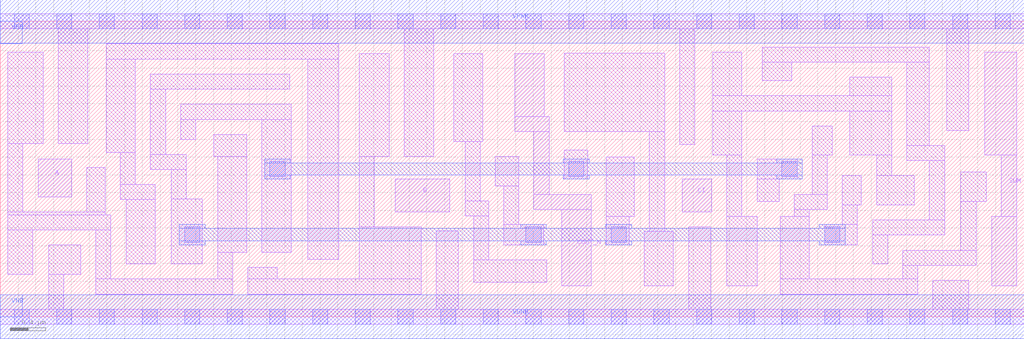
<source format=lef>
# Copyright 2020 The SkyWater PDK Authors
#
# Licensed under the Apache License, Version 2.0 (the "License");
# you may not use this file except in compliance with the License.
# You may obtain a copy of the License at
#
#     https://www.apache.org/licenses/LICENSE-2.0
#
# Unless required by applicable law or agreed to in writing, software
# distributed under the License is distributed on an "AS IS" BASIS,
# WITHOUT WARRANTIES OR CONDITIONS OF ANY KIND, either express or implied.
# See the License for the specific language governing permissions and
# limitations under the License.
#
# SPDX-License-Identifier: Apache-2.0

VERSION 5.5 ;
NAMESCASESENSITIVE ON ;
BUSBITCHARS "[]" ;
DIVIDERCHAR "/" ;
MACRO sky130_fd_sc_ms__fahcon_1
  CLASS CORE ;
  SOURCE USER ;
  ORIGIN  0.000000  0.000000 ;
  SIZE  11.52000 BY  3.330000 ;
  SYMMETRY X Y ;
  SITE unit ;
  PIN A
    ANTENNAGATEAREA  0.279000 ;
    DIRECTION INPUT ;
    USE SIGNAL ;
    PORT
      LAYER li1 ;
        RECT 0.425000 1.350000 0.805000 1.780000 ;
    END
  END A
  PIN B
    ANTENNAGATEAREA  0.969000 ;
    DIRECTION INPUT ;
    USE SIGNAL ;
    PORT
      LAYER li1 ;
        RECT 4.445000 1.180000 5.060000 1.550000 ;
    END
  END B
  PIN CI
    ANTENNAGATEAREA  0.525000 ;
    DIRECTION INPUT ;
    USE SIGNAL ;
    PORT
      LAYER li1 ;
        RECT 7.675000 1.180000 8.005000 1.550000 ;
    END
  END CI
  PIN COUT_N
    ANTENNADIFFAREA  0.782600 ;
    DIRECTION OUTPUT ;
    USE SIGNAL ;
    PORT
      LAYER li1 ;
        RECT 5.790000 2.085000 6.175000 2.255000 ;
        RECT 5.790000 2.255000 6.120000 2.965000 ;
        RECT 6.005000 1.210000 6.650000 1.380000 ;
        RECT 6.005000 1.380000 6.175000 2.085000 ;
        RECT 6.320000 0.350000 6.650000 1.210000 ;
    END
  END COUT_N
  PIN SUM
    ANTENNADIFFAREA  0.541300 ;
    DIRECTION OUTPUT ;
    USE SIGNAL ;
    PORT
      LAYER li1 ;
        RECT 11.075000 1.820000 11.435000 2.980000 ;
        RECT 11.155000 0.350000 11.435000 1.130000 ;
        RECT 11.265000 1.130000 11.435000 1.820000 ;
    END
  END SUM
  PIN VGND
    DIRECTION INOUT ;
    USE GROUND ;
    PORT
      LAYER met1 ;
        RECT 0.000000 -0.245000 11.520000 0.245000 ;
    END
  END VGND
  PIN VNB
    DIRECTION INOUT ;
    USE GROUND ;
    PORT
      LAYER met1 ;
        RECT 0.000000 0.000000 0.250000 0.250000 ;
    END
  END VNB
  PIN VPB
    DIRECTION INOUT ;
    USE POWER ;
    PORT
      LAYER met1 ;
        RECT 0.000000 3.080000 0.250000 3.330000 ;
    END
  END VPB
  PIN VPWR
    DIRECTION INOUT ;
    USE POWER ;
    PORT
      LAYER met1 ;
        RECT 0.000000 3.085000 11.520000 3.575000 ;
    END
  END VPWR
  OBS
    LAYER li1 ;
      RECT  0.000000 -0.085000 11.520000 0.085000 ;
      RECT  0.000000  3.245000 11.520000 3.415000 ;
      RECT  0.085000  0.480000  0.365000 0.980000 ;
      RECT  0.085000  0.980000  1.245000 1.150000 ;
      RECT  0.085000  1.150000  1.180000 1.180000 ;
      RECT  0.085000  1.180000  0.255000 1.950000 ;
      RECT  0.085000  1.950000  0.485000 2.980000 ;
      RECT  0.545000  0.085000  0.715000 0.480000 ;
      RECT  0.545000  0.480000  0.905000 0.810000 ;
      RECT  0.655000  1.950000  0.985000 3.245000 ;
      RECT  0.975000  1.180000  1.180000 1.680000 ;
      RECT  1.075000  0.255000  2.615000 0.425000 ;
      RECT  1.075000  0.425000  1.245000 0.980000 ;
      RECT  1.190000  1.850000  1.520000 2.905000 ;
      RECT  1.190000  2.905000  3.810000 3.075000 ;
      RECT  1.350000  1.320000  1.745000 1.490000 ;
      RECT  1.350000  1.490000  1.520000 1.850000 ;
      RECT  1.415000  0.595000  1.745000 1.320000 ;
      RECT  1.690000  1.660000  2.095000 1.830000 ;
      RECT  1.690000  1.830000  1.860000 2.565000 ;
      RECT  1.690000  2.565000  3.260000 2.735000 ;
      RECT  1.925000  0.595000  2.275000 1.325000 ;
      RECT  1.925000  1.325000  2.095000 1.660000 ;
      RECT  2.030000  2.000000  2.200000 2.225000 ;
      RECT  2.030000  2.225000  3.275000 2.395000 ;
      RECT  2.400000  1.805000  2.775000 2.055000 ;
      RECT  2.445000  0.425000  2.615000 0.725000 ;
      RECT  2.445000  0.725000  2.775000 1.805000 ;
      RECT  2.785000  0.255000  4.735000 0.425000 ;
      RECT  2.785000  0.425000  3.115000 0.555000 ;
      RECT  2.945000  0.725000  3.275000 2.225000 ;
      RECT  3.460000  0.645000  3.810000 2.905000 ;
      RECT  4.040000  0.425000  4.735000 1.010000 ;
      RECT  4.040000  1.010000  4.210000 1.805000 ;
      RECT  4.040000  1.805000  4.375000 2.965000 ;
      RECT  4.545000  1.805000  4.875000 3.245000 ;
      RECT  4.905000  0.085000  5.155000 0.965000 ;
      RECT  5.100000  1.975000  5.430000 2.965000 ;
      RECT  5.230000  1.135000  5.495000 1.305000 ;
      RECT  5.230000  1.305000  5.400000 1.975000 ;
      RECT  5.325000  0.390000  6.150000 0.640000 ;
      RECT  5.325000  0.640000  5.495000 1.135000 ;
      RECT  5.570000  1.475000  5.835000 1.805000 ;
      RECT  5.665000  0.810000  6.115000 1.040000 ;
      RECT  5.665000  1.040000  5.835000 1.475000 ;
      RECT  6.345000  1.550000  6.610000 1.880000 ;
      RECT  6.345000  2.085000  7.475000 2.970000 ;
      RECT  6.820000  0.810000  7.075000 1.130000 ;
      RECT  6.820000  1.130000  7.135000 1.800000 ;
      RECT  7.245000  0.350000  7.575000 0.960000 ;
      RECT  7.305000  0.960000  7.475000 2.085000 ;
      RECT  7.645000  1.940000  7.815000 3.245000 ;
      RECT  7.745000  0.085000  7.995000 1.010000 ;
      RECT  8.015000  1.820000  8.345000 2.320000 ;
      RECT  8.015000  2.320000 10.030000 2.490000 ;
      RECT  8.015000  2.490000  8.345000 2.980000 ;
      RECT  8.175000  0.350000  8.515000 1.130000 ;
      RECT  8.175000  1.130000  8.345000 1.820000 ;
      RECT  8.515000  1.300000  8.765000 1.550000 ;
      RECT  8.515000  1.550000  8.965000 1.780000 ;
      RECT  8.575000  2.660000  8.905000 2.870000 ;
      RECT  8.575000  2.870000 10.455000 3.040000 ;
      RECT  8.775000  0.255000 10.325000 0.425000 ;
      RECT  8.775000  0.425000  9.105000 1.130000 ;
      RECT  8.935000  1.130000  9.105000 1.210000 ;
      RECT  8.935000  1.210000  9.305000 1.380000 ;
      RECT  9.135000  1.380000  9.305000 1.820000 ;
      RECT  9.135000  1.820000  9.360000 2.150000 ;
      RECT  9.275000  0.810000  9.645000 1.040000 ;
      RECT  9.475000  1.040000  9.645000 1.260000 ;
      RECT  9.475000  1.260000  9.690000 1.590000 ;
      RECT  9.560000  1.820000 10.030000 2.320000 ;
      RECT  9.560000  2.490000 10.030000 2.700000 ;
      RECT  9.815000  0.595000  9.985000 0.920000 ;
      RECT  9.815000  0.920000 10.625000 1.090000 ;
      RECT  9.860000  1.260000 10.285000 1.590000 ;
      RECT  9.860000  1.590000 10.030000 1.820000 ;
      RECT 10.155000  0.425000 10.325000 0.580000 ;
      RECT 10.155000  0.580000 10.980000 0.750000 ;
      RECT 10.200000  1.760000 10.625000 1.930000 ;
      RECT 10.200000  1.930000 10.455000 2.870000 ;
      RECT 10.455000  1.090000 10.625000 1.760000 ;
      RECT 10.495000  0.085000 10.895000 0.410000 ;
      RECT 10.650000  2.100000 10.900000 3.245000 ;
      RECT 10.810000  0.750000 10.980000 1.300000 ;
      RECT 10.810000  1.300000 11.095000 1.630000 ;
    LAYER mcon ;
      RECT  0.155000 -0.085000  0.325000 0.085000 ;
      RECT  0.155000  3.245000  0.325000 3.415000 ;
      RECT  0.635000 -0.085000  0.805000 0.085000 ;
      RECT  0.635000  3.245000  0.805000 3.415000 ;
      RECT  1.115000 -0.085000  1.285000 0.085000 ;
      RECT  1.115000  3.245000  1.285000 3.415000 ;
      RECT  1.595000 -0.085000  1.765000 0.085000 ;
      RECT  1.595000  3.245000  1.765000 3.415000 ;
      RECT  2.075000 -0.085000  2.245000 0.085000 ;
      RECT  2.075000  0.840000  2.245000 1.010000 ;
      RECT  2.075000  3.245000  2.245000 3.415000 ;
      RECT  2.555000 -0.085000  2.725000 0.085000 ;
      RECT  2.555000  3.245000  2.725000 3.415000 ;
      RECT  3.035000 -0.085000  3.205000 0.085000 ;
      RECT  3.035000  1.580000  3.205000 1.750000 ;
      RECT  3.035000  3.245000  3.205000 3.415000 ;
      RECT  3.515000 -0.085000  3.685000 0.085000 ;
      RECT  3.515000  3.245000  3.685000 3.415000 ;
      RECT  3.995000 -0.085000  4.165000 0.085000 ;
      RECT  3.995000  3.245000  4.165000 3.415000 ;
      RECT  4.475000 -0.085000  4.645000 0.085000 ;
      RECT  4.475000  3.245000  4.645000 3.415000 ;
      RECT  4.955000 -0.085000  5.125000 0.085000 ;
      RECT  4.955000  3.245000  5.125000 3.415000 ;
      RECT  5.435000 -0.085000  5.605000 0.085000 ;
      RECT  5.435000  3.245000  5.605000 3.415000 ;
      RECT  5.915000 -0.085000  6.085000 0.085000 ;
      RECT  5.915000  0.840000  6.085000 1.010000 ;
      RECT  5.915000  3.245000  6.085000 3.415000 ;
      RECT  6.395000 -0.085000  6.565000 0.085000 ;
      RECT  6.395000  1.580000  6.565000 1.750000 ;
      RECT  6.395000  3.245000  6.565000 3.415000 ;
      RECT  6.875000 -0.085000  7.045000 0.085000 ;
      RECT  6.875000  0.840000  7.045000 1.010000 ;
      RECT  6.875000  3.245000  7.045000 3.415000 ;
      RECT  7.355000 -0.085000  7.525000 0.085000 ;
      RECT  7.355000  3.245000  7.525000 3.415000 ;
      RECT  7.835000 -0.085000  8.005000 0.085000 ;
      RECT  7.835000  3.245000  8.005000 3.415000 ;
      RECT  8.315000 -0.085000  8.485000 0.085000 ;
      RECT  8.315000  3.245000  8.485000 3.415000 ;
      RECT  8.795000 -0.085000  8.965000 0.085000 ;
      RECT  8.795000  1.580000  8.965000 1.750000 ;
      RECT  8.795000  3.245000  8.965000 3.415000 ;
      RECT  9.275000 -0.085000  9.445000 0.085000 ;
      RECT  9.275000  0.840000  9.445000 1.010000 ;
      RECT  9.275000  3.245000  9.445000 3.415000 ;
      RECT  9.755000 -0.085000  9.925000 0.085000 ;
      RECT  9.755000  3.245000  9.925000 3.415000 ;
      RECT 10.235000 -0.085000 10.405000 0.085000 ;
      RECT 10.235000  3.245000 10.405000 3.415000 ;
      RECT 10.715000 -0.085000 10.885000 0.085000 ;
      RECT 10.715000  3.245000 10.885000 3.415000 ;
      RECT 11.195000 -0.085000 11.365000 0.085000 ;
      RECT 11.195000  3.245000 11.365000 3.415000 ;
    LAYER met1 ;
      RECT 2.015000 0.810000 2.305000 0.855000 ;
      RECT 2.015000 0.855000 9.505000 0.995000 ;
      RECT 2.015000 0.995000 2.305000 1.040000 ;
      RECT 2.975000 1.550000 3.265000 1.595000 ;
      RECT 2.975000 1.595000 9.025000 1.735000 ;
      RECT 2.975000 1.735000 3.265000 1.780000 ;
      RECT 5.855000 0.810000 6.145000 0.855000 ;
      RECT 5.855000 0.995000 6.145000 1.040000 ;
      RECT 6.335000 1.550000 6.625000 1.595000 ;
      RECT 6.335000 1.735000 6.625000 1.780000 ;
      RECT 6.815000 0.810000 7.105000 0.855000 ;
      RECT 6.815000 0.995000 7.105000 1.040000 ;
      RECT 8.735000 1.550000 9.025000 1.595000 ;
      RECT 8.735000 1.735000 9.025000 1.780000 ;
      RECT 9.215000 0.810000 9.505000 0.855000 ;
      RECT 9.215000 0.995000 9.505000 1.040000 ;
  END
END sky130_fd_sc_ms__fahcon_1
END LIBRARY

</source>
